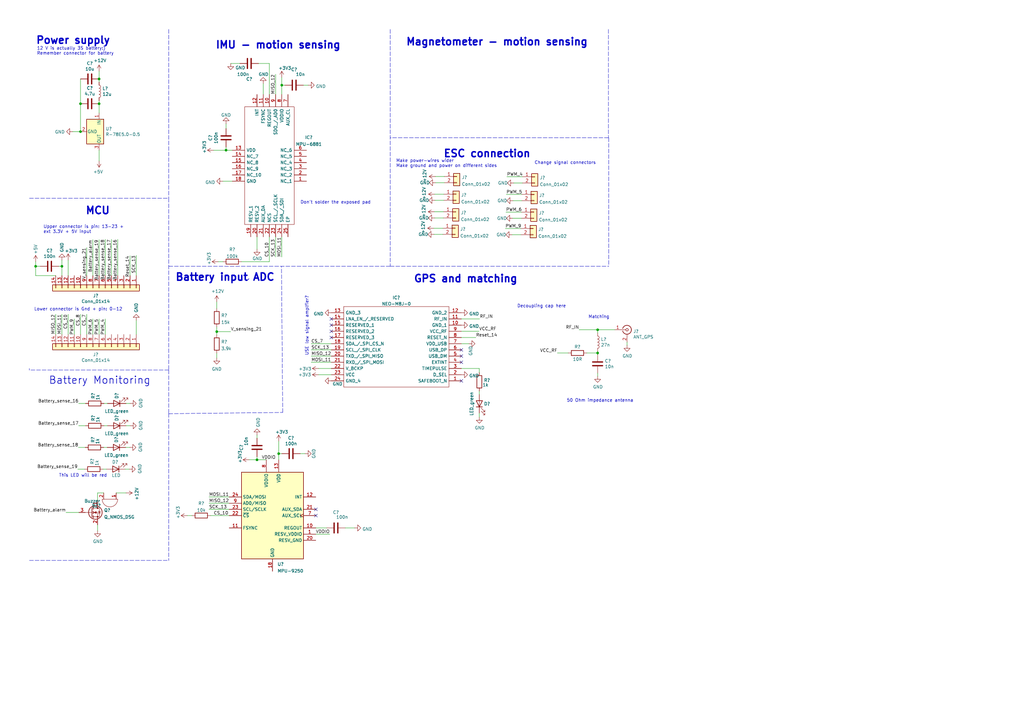
<source format=kicad_sch>
(kicad_sch (version 20211123) (generator eeschema)
  (paper "A3")
  (lib_symbols
    (symbol "Conn_01x14_1" (pin_names (offset 1.016) hide)
      (property "Reference" "J" (at 0 17.78 0))
      (property "Value" "Conn_01x14_1" (at 0 -20.32 0))
      (symbol "Conn_01x14_1_1_1"
        (rectangle (start -1.27 -17.653) (end 0 -17.907) (stroke (width 0.1524)))
        (rectangle (start -1.27 -15.113) (end 0 -15.367) (stroke (width 0.1524)))
        (rectangle (start -1.27 -12.573) (end 0 -12.827) (stroke (width 0.1524)))
        (rectangle (start -1.27 -10.033) (end 0 -10.287) (stroke (width 0.1524)))
        (rectangle (start -1.27 -7.493) (end 0 -7.747) (stroke (width 0.1524)))
        (rectangle (start -1.27 -4.953) (end 0 -5.207) (stroke (width 0.1524)))
        (rectangle (start -1.27 -2.413) (end 0 -2.667) (stroke (width 0.1524)))
        (rectangle (start -1.27 0.127) (end 0 -0.127) (stroke (width 0.1524)))
        (rectangle (start -1.27 2.667) (end 0 2.413) (stroke (width 0.1524)))
        (rectangle (start -1.27 5.207) (end 0 4.953) (stroke (width 0.1524)))
        (rectangle (start -1.27 7.747) (end 0 7.493) (stroke (width 0.1524)))
        (rectangle (start -1.27 10.287) (end 0 10.033) (stroke (width 0.1524)))
        (rectangle (start -1.27 12.827) (end 0 12.573) (stroke (width 0.1524)))
        (rectangle (start -1.27 15.367) (end 0 15.113) (stroke (width 0.1524)))
        (rectangle (start -1.27 16.51) (end 1.27 -19.05) (stroke (width 0.254)) (fill (type background)))
        (pin passive line (at -5.08 15.24 0) (length 3.81) (name "Pin_1") (number "1"))
        (pin passive line (at -5.08 -7.62 0) (length 3.81) (name "Pin_10") (number "10"))
        (pin passive line (at -5.08 -10.16 0) (length 3.81) (name "Pin_11") (number "11"))
        (pin passive line (at -5.08 -12.7 0) (length 3.81) (name "Pin_12") (number "12"))
        (pin passive line (at -5.08 -15.24 0) (length 3.81) (name "Pin_13") (number "13"))
        (pin passive line (at -5.08 -17.78 0) (length 3.81) (name "Pin_14") (number "14"))
        (pin passive line (at -5.08 12.7 0) (length 3.81) (name "Pin_2") (number "2"))
        (pin passive line (at -5.08 10.16 0) (length 3.81) (name "Pin_3") (number "3"))
        (pin passive line (at -5.08 7.62 0) (length 3.81) (name "Pin_4") (number "4"))
        (pin passive line (at -5.08 5.08 0) (length 3.81) (name "Pin_5") (number "5"))
        (pin passive line (at -5.08 2.54 0) (length 3.81) (name "Pin_6") (number "6"))
        (pin passive line (at -5.08 0 0) (length 3.81) (name "Pin_7") (number "7"))
        (pin passive line (at -5.08 -2.54 0) (length 3.81) (name "Pin_8") (number "8"))
        (pin passive line (at -5.08 -5.08 0) (length 3.81) (name "Pin_9") (number "9"))
      )
    )
    (symbol "Connector:Conn_Coaxial" (pin_names (offset 1.016) hide)
      (property "Reference" "J" (at 0.254 3.048 0))
      (property "Value" "Conn_Coaxial" (at 2.921 0 90))
      (symbol "Conn_Coaxial_0_1"
        (arc (start -1.778 -0.508) (mid 0.222 -1.808) (end 1.778 0) (stroke (width 0.254)))
        (polyline (pts (xy -2.54 0) (xy -0.508 0)))
        (polyline (pts (xy 0 -2.54) (xy 0 -1.778)))
        (circle (center 0 0) (radius 0.508) (stroke (width 0.2032)))
        (arc (start 1.778 0) (mid 0.222 1.8083) (end -1.778 0.508) (stroke (width 0.254)))
      )
      (symbol "Conn_Coaxial_1_1"
        (pin passive line (at -5.08 0 0) (length 2.54) (name "In") (number "1"))
        (pin passive line (at 0 -5.08 90) (length 2.54) (name "Ext") (number "2"))
      )
    )
    (symbol "Connector_Generic:Conn_01x02" (pin_names (offset 1.016) hide)
      (property "Reference" "J" (at 0 2.54 0))
      (property "Value" "Conn_01x02" (at 0 -5.08 0))
      (symbol "Conn_01x02_1_1"
        (rectangle (start -1.27 -2.413) (end 0 -2.667) (stroke (width 0.1524)))
        (rectangle (start -1.27 0.127) (end 0 -0.127) (stroke (width 0.1524)))
        (rectangle (start -1.27 1.27) (end 1.27 -3.81) (stroke (width 0.254)) (fill (type background)))
        (pin passive line (at -5.08 0 0) (length 3.81) (name "Pin_1") (number "1"))
        (pin passive line (at -5.08 -2.54 0) (length 3.81) (name "Pin_2") (number "2"))
      )
    )
    (symbol "Connector_Generic:Conn_01x14" (pin_names (offset 1.016) hide)
      (property "Reference" "J" (at 0 17.78 0))
      (property "Value" "Conn_01x14" (at 0 -20.32 0))
      (symbol "Conn_01x14_1_1"
        (rectangle (start -1.27 -17.653) (end 0 -17.907) (stroke (width 0.1524)))
        (rectangle (start -1.27 -15.113) (end 0 -15.367) (stroke (width 0.1524)))
        (rectangle (start -1.27 -12.573) (end 0 -12.827) (stroke (width 0.1524)))
        (rectangle (start -1.27 -10.033) (end 0 -10.287) (stroke (width 0.1524)))
        (rectangle (start -1.27 -7.493) (end 0 -7.747) (stroke (width 0.1524)))
        (rectangle (start -1.27 -4.953) (end 0 -5.207) (stroke (width 0.1524)))
        (rectangle (start -1.27 -2.413) (end 0 -2.667) (stroke (width 0.1524)))
        (rectangle (start -1.27 0.127) (end 0 -0.127) (stroke (width 0.1524)))
        (rectangle (start -1.27 2.667) (end 0 2.413) (stroke (width 0.1524)))
        (rectangle (start -1.27 5.207) (end 0 4.953) (stroke (width 0.1524)))
        (rectangle (start -1.27 7.747) (end 0 7.493) (stroke (width 0.1524)))
        (rectangle (start -1.27 10.287) (end 0 10.033) (stroke (width 0.1524)))
        (rectangle (start -1.27 12.827) (end 0 12.573) (stroke (width 0.1524)))
        (rectangle (start -1.27 15.367) (end 0 15.113) (stroke (width 0.1524)))
        (rectangle (start -1.27 16.51) (end 1.27 -19.05) (stroke (width 0.254)) (fill (type background)))
        (pin passive line (at -5.08 15.24 0) (length 3.81) (name "Pin_1") (number "1"))
        (pin passive line (at -5.08 -7.62 0) (length 3.81) (name "Pin_10") (number "10"))
        (pin passive line (at -5.08 -10.16 0) (length 3.81) (name "Pin_11") (number "11"))
        (pin passive line (at -5.08 -12.7 0) (length 3.81) (name "Pin_12") (number "12"))
        (pin passive line (at -5.08 -15.24 0) (length 3.81) (name "Pin_13") (number "13"))
        (pin passive line (at -5.08 -17.78 0) (length 3.81) (name "Pin_14") (number "14"))
        (pin passive line (at -5.08 12.7 0) (length 3.81) (name "Pin_2") (number "2"))
        (pin passive line (at -5.08 10.16 0) (length 3.81) (name "Pin_3") (number "3"))
        (pin passive line (at -5.08 7.62 0) (length 3.81) (name "Pin_4") (number "4"))
        (pin passive line (at -5.08 5.08 0) (length 3.81) (name "Pin_5") (number "5"))
        (pin passive line (at -5.08 2.54 0) (length 3.81) (name "Pin_6") (number "6"))
        (pin passive line (at -5.08 0 0) (length 3.81) (name "Pin_7") (number "7"))
        (pin passive line (at -5.08 -2.54 0) (length 3.81) (name "Pin_8") (number "8"))
        (pin passive line (at -5.08 -5.08 0) (length 3.81) (name "Pin_9") (number "9"))
      )
    )
    (symbol "Device:Buzzer" (pin_names (offset 0.0254) hide)
      (property "Reference" "BZ" (at 3.81 1.27 0))
      (property "Value" "Buzzer" (at 3.81 -1.27 0))
      (symbol "Buzzer_0_1"
        (arc (start 0 -3.175) (mid 3.175 0) (end 0 3.175))
        (polyline (pts (xy -1.651 1.905) (xy -1.143 1.905)))
        (polyline (pts (xy -1.397 2.159) (xy -1.397 1.651)))
        (polyline (pts (xy 0 3.175) (xy 0 -3.175)))
      )
      (symbol "Buzzer_1_1"
        (pin passive line (at -2.54 2.54 0) (length 2.54) (name "-") (number "1"))
        (pin passive line (at -2.54 -2.54 0) (length 2.54) (name "+") (number "2"))
      )
    )
    (symbol "Device:C" (pin_numbers hide) (pin_names (offset 0.254))
      (property "Reference" "C" (at 0.635 2.54 0))
      (property "Value" "C" (at 0.635 -2.54 0))
      (symbol "C_0_1"
        (polyline (pts (xy -2.032 -0.762) (xy 2.032 -0.762)) (stroke (width 0.508)))
        (polyline (pts (xy -2.032 0.762) (xy 2.032 0.762)) (stroke (width 0.508)))
      )
      (symbol "C_1_1"
        (pin passive line (at 0 3.81 270) (length 2.794) (name "~") (number "1"))
        (pin passive line (at 0 -3.81 90) (length 2.794) (name "~") (number "2"))
      )
    )
    (symbol "Device:L" (pin_numbers hide) (pin_names (offset 1.016) hide)
      (property "Reference" "L" (at -1.27 0 90))
      (property "Value" "L" (at 1.905 0 90))
      (symbol "L_0_1"
        (arc (start 0 -2.54) (mid 0.635 -1.905) (end 0 -1.27))
        (arc (start 0 -1.27) (mid 0.635 -0.635) (end 0 0))
        (arc (start 0 0) (mid 0.635 0.635) (end 0 1.27))
        (arc (start 0 1.27) (mid 0.635 1.905) (end 0 2.54))
      )
      (symbol "L_1_1"
        (pin passive line (at 0 3.81 270) (length 1.27) (name "1") (number "1"))
        (pin passive line (at 0 -3.81 90) (length 1.27) (name "2") (number "2"))
      )
    )
    (symbol "Device:LED" (pin_numbers hide) (pin_names (offset 1.016) hide)
      (property "Reference" "D" (at 0 2.54 0))
      (property "Value" "LED" (at 0 -2.54 0))
      (symbol "LED_0_1"
        (polyline (pts (xy -1.27 -1.27) (xy -1.27 1.27)) (stroke (width 0.254)))
        (polyline (pts (xy -1.27 0) (xy 1.27 0)))
        (polyline (pts (xy 1.27 -1.27) (xy 1.27 1.27) (xy -1.27 0) (xy 1.27 -1.27)) (stroke (width 0.254)))
        (polyline (pts (xy -3.048 -0.762) (xy -4.572 -2.286) (xy -3.81 -2.286) (xy -4.572 -2.286) (xy -4.572 -1.524)))
        (polyline (pts (xy -1.778 -0.762) (xy -3.302 -2.286) (xy -2.54 -2.286) (xy -3.302 -2.286) (xy -3.302 -1.524)))
      )
      (symbol "LED_1_1"
        (pin passive line (at -3.81 0 0) (length 2.54) (name "K") (number "1"))
        (pin passive line (at 3.81 0 180) (length 2.54) (name "A") (number "2"))
      )
    )
    (symbol "Device:Q_NMOS_DSG" (pin_names (offset 0) hide)
      (property "Reference" "Q" (at 5.08 1.27 0))
      (property "Value" "Q_NMOS_DSG" (at 5.08 -1.27 0))
      (symbol "Q_NMOS_DSG_0_1"
        (polyline (pts (xy 0.254 0) (xy -2.54 0)))
        (polyline (pts (xy 0.254 1.905) (xy 0.254 -1.905)) (stroke (width 0.254)))
        (polyline (pts (xy 0.762 -1.27) (xy 0.762 -2.286)) (stroke (width 0.254)))
        (polyline (pts (xy 0.762 0.508) (xy 0.762 -0.508)) (stroke (width 0.254)))
        (polyline (pts (xy 0.762 2.286) (xy 0.762 1.27)) (stroke (width 0.254)))
        (polyline (pts (xy 2.54 2.54) (xy 2.54 1.778)))
        (polyline (pts (xy 2.54 -2.54) (xy 2.54 0) (xy 0.762 0)))
        (polyline (pts (xy 0.762 -1.778) (xy 3.302 -1.778) (xy 3.302 1.778) (xy 0.762 1.778)))
        (polyline (pts (xy 1.016 0) (xy 2.032 0.381) (xy 2.032 -0.381) (xy 1.016 0)) (fill (type outline)))
        (polyline (pts (xy 2.794 0.508) (xy 2.921 0.381) (xy 3.683 0.381) (xy 3.81 0.254)))
        (polyline (pts (xy 3.302 0.381) (xy 2.921 -0.254) (xy 3.683 -0.254) (xy 3.302 0.381)))
        (circle (center 1.651 0) (radius 2.794) (stroke (width 0.254)))
        (circle (center 2.54 -1.778) (radius 0.254) (fill (type outline)))
        (circle (center 2.54 1.778) (radius 0.254) (fill (type outline)))
      )
      (symbol "Q_NMOS_DSG_1_1"
        (pin passive line (at 2.54 5.08 270) (length 2.54) (name "D") (number "1"))
        (pin passive line (at 2.54 -5.08 90) (length 2.54) (name "S") (number "2"))
        (pin input line (at -5.08 0 0) (length 2.54) (name "G") (number "3"))
      )
    )
    (symbol "Device:R" (pin_numbers hide) (pin_names (offset 0))
      (property "Reference" "R" (at 2.032 0 90))
      (property "Value" "R" (at 0 0 90))
      (symbol "R_0_1"
        (rectangle (start -1.016 -2.54) (end 1.016 2.54) (stroke (width 0.254)))
      )
      (symbol "R_1_1"
        (pin passive line (at 0 3.81 270) (length 1.27) (name "~") (number "1"))
        (pin passive line (at 0 -3.81 90) (length 1.27) (name "~") (number "2"))
      )
    )
    (symbol "DroneProject:MPU-6881" (pin_names (offset 0.762))
      (property "Reference" "IC" (at 26.67 22.86 0))
      (property "Value" "MPU-6881" (at 26.67 20.32 0))
      (symbol "MPU-6881_0_0"
        (pin passive line (at 0 0 0) (length 5.08) (name "NC_1") (number "1"))
        (pin passive line (at 15.24 -35.56 90) (length 5.08) (name "REGOUT") (number "10"))
        (pin passive line (at 17.78 -35.56 90) (length 5.08) (name "FSYNC") (number "11"))
        (pin passive line (at 20.32 -35.56 90) (length 5.08) (name "INT") (number "12"))
        (pin passive line (at 30.48 -12.7 180) (length 5.08) (name "VDD") (number "13"))
        (pin passive line (at 30.48 -10.16 180) (length 5.08) (name "NC_7") (number "14"))
        (pin passive line (at 30.48 -7.62 180) (length 5.08) (name "NC_8") (number "15"))
        (pin passive line (at 30.48 -5.08 180) (length 5.08) (name "NC_9") (number "16"))
        (pin passive line (at 30.48 -2.54 180) (length 5.08) (name "NC_10") (number "17"))
        (pin passive line (at 30.48 0 180) (length 5.08) (name "GND") (number "18"))
        (pin passive line (at 22.86 22.86 270) (length 5.08) (name "RESV_1") (number "19"))
        (pin passive line (at 0 -2.54 0) (length 5.08) (name "NC_2") (number "2"))
        (pin passive line (at 20.32 22.86 270) (length 5.08) (name "RESV_2") (number "20"))
        (pin passive line (at 17.78 22.86 270) (length 5.08) (name "AUX_DA") (number "21"))
        (pin passive line (at 15.24 22.86 270) (length 5.08) (name "NCS") (number "22"))
        (pin passive line (at 12.7 22.86 270) (length 5.08) (name "SCL_/_SCLK") (number "23"))
        (pin passive line (at 10.16 22.86 270) (length 5.08) (name "SDA_/_SDI") (number "24"))
        (pin passive line (at 7.62 22.86 270) (length 5.08) (name "EP") (number "25"))
        (pin passive line (at 0 -5.08 0) (length 5.08) (name "NC_3") (number "3"))
        (pin passive line (at 0 -7.62 0) (length 5.08) (name "NC_4") (number "4"))
        (pin passive line (at 0 -10.16 0) (length 5.08) (name "NC_5") (number "5"))
        (pin passive line (at 0 -12.7 0) (length 5.08) (name "NC_6") (number "6"))
        (pin passive line (at 7.62 -35.56 90) (length 5.08) (name "AUX_CL") (number "7"))
        (pin passive line (at 10.16 -35.56 90) (length 5.08) (name "VDDIO") (number "8"))
        (pin passive line (at 12.7 -35.56 90) (length 5.08) (name "SDO_/_AD0") (number "9"))
      )
      (symbol "MPU-6881_0_1"
        (polyline (pts (xy 5.08 17.78) (xy 25.4 17.78) (xy 25.4 -30.48) (xy 5.08 -30.48) (xy 5.08 17.78)) (stroke (width 0.1524)))
      )
    )
    (symbol "Regulator_Switching:R-78E5.0-0.5" (pin_names (offset 0.254))
      (property "Reference" "U" (at -3.81 3.175 0))
      (property "Value" "R-78E5.0-0.5" (at 0 3.175 0))
      (symbol "R-78E5.0-0.5_0_1"
        (rectangle (start -5.08 1.905) (end 5.08 -5.08) (stroke (width 0.254)) (fill (type background)))
      )
      (symbol "R-78E5.0-0.5_1_1"
        (pin power_in line (at -7.62 0 0) (length 2.54) (name "IN") (number "1"))
        (pin power_in line (at 0 -7.62 90) (length 2.54) (name "GND") (number "2"))
        (pin power_out line (at 7.62 0 180) (length 2.54) (name "OUT") (number "3"))
      )
    )
    (symbol "Sensor_Motion:MPU-9250"
      (property "Reference" "U" (at -11.43 19.05 0))
      (property "Value" "MPU-9250" (at 7.62 -19.05 0))
      (symbol "MPU-9250_0_1"
        (rectangle (start -12.7 17.78) (end 12.7 -17.78) (stroke (width 0.254)) (fill (type background)))
      )
      (symbol "MPU-9250_1_1"
        (pin input line (at 17.78 -7.62 180) (length 5.08) (name "RESV_VDDIO") (number "1"))
        (pin passive line (at 17.78 -5.08 180) (length 5.08) (name "REGOUT") (number "10"))
        (pin input line (at -17.78 -5.08 0) (length 5.08) (name "FSYNC") (number "11"))
        (pin output line (at 17.78 7.62 180) (length 5.08) (name "INT") (number "12"))
        (pin power_in line (at 2.54 22.86 270) (length 5.08) (name "VDD") (number "13"))
        (pin power_in line (at 0 -22.86 90) (length 5.08) (name "GND") (number "18"))
        (pin power_in line (at 17.78 -10.16 180) (length 5.08) (name "RESV_GND") (number "20"))
        (pin bidirectional line (at 17.78 2.54 180) (length 5.08) (name "AUX_SDA") (number "21"))
        (pin input line (at -17.78 0 0) (length 5.08) (name "~{CS}") (number "22"))
        (pin input line (at -17.78 2.54 0) (length 5.08) (name "SCL/SCLK") (number "23"))
        (pin bidirectional line (at -17.78 7.62 0) (length 5.08) (name "SDA/MOSI") (number "24"))
        (pin output clock (at 17.78 0 180) (length 5.08) (name "AUX_SCL") (number "7"))
        (pin power_in line (at -2.54 22.86 270) (length 5.08) (name "VDDIO") (number "8"))
        (pin bidirectional line (at -17.78 5.08 0) (length 5.08) (name "AD0/MISO") (number "9"))
      )
    )
    (symbol "gps 1:NEO-M8J-0" (pin_names (offset 0.762))
      (property "Reference" "IC" (at 49.53 7.62 0))
      (property "Value" "NEO-M8J-0" (at 49.53 5.08 0))
      (symbol "NEO-M8J-0_0_0"
        (pin passive line (at 53.34 -27.94 180) (length 5.08) (name "SAFEBOOT_N") (number "1"))
        (pin passive line (at 53.34 -5.08 180) (length 5.08) (name "GND_1") (number "10"))
        (pin passive line (at 53.34 -2.54 180) (length 5.08) (name "RF_IN") (number "11"))
        (pin passive line (at 53.34 0 180) (length 5.08) (name "GND_2") (number "12"))
        (pin passive line (at 0 0 0) (length 5.08) (name "GND_3") (number "13"))
        (pin passive line (at 0 -2.54 0) (length 5.08) (name "LNA_EN_/_RESERVED") (number "14"))
        (pin passive line (at 0 -5.08 0) (length 5.08) (name "RESERVED_1") (number "15"))
        (pin passive line (at 0 -7.62 0) (length 5.08) (name "RESERVED_2") (number "16"))
        (pin passive line (at 0 -10.16 0) (length 5.08) (name "RESERVED_3") (number "17"))
        (pin passive line (at 0 -12.7 0) (length 5.08) (name "SDA_/_SPI_CS_N") (number "18"))
        (pin passive line (at 0 -15.24 0) (length 5.08) (name "SCL_/_SPI_CLK") (number "19"))
        (pin passive line (at 53.34 -25.4 180) (length 5.08) (name "D_SEL") (number "2"))
        (pin passive line (at 0 -17.78 0) (length 5.08) (name "TXD_/_SPI_MISO") (number "20"))
        (pin passive line (at 0 -20.32 0) (length 5.08) (name "RXD_/_SPI_MOSI") (number "21"))
        (pin passive line (at 0 -22.86 0) (length 5.08) (name "V_BCKP") (number "22"))
        (pin passive line (at 0 -25.4 0) (length 5.08) (name "VCC") (number "23"))
        (pin passive line (at 0 -27.94 0) (length 5.08) (name "GND_4") (number "24"))
        (pin passive line (at 53.34 -22.86 180) (length 5.08) (name "TIMEPULSE") (number "3"))
        (pin passive line (at 53.34 -20.32 180) (length 5.08) (name "EXTINT") (number "4"))
        (pin passive line (at 53.34 -17.78 180) (length 5.08) (name "USB_DM") (number "5"))
        (pin passive line (at 53.34 -15.24 180) (length 5.08) (name "USB_DP") (number "6"))
        (pin passive line (at 53.34 -12.7 180) (length 5.08) (name "VDD_USB") (number "7"))
        (pin passive line (at 53.34 -10.16 180) (length 5.08) (name "RESET_N") (number "8"))
        (pin passive line (at 53.34 -7.62 180) (length 5.08) (name "VCC_RF") (number "9"))
      )
      (symbol "NEO-M8J-0_0_1"
        (polyline (pts (xy 5.08 2.54) (xy 48.26 2.54) (xy 48.26 -30.48) (xy 5.08 -30.48) (xy 5.08 2.54)) (stroke (width 0.1524)))
      )
    )
    (symbol "power:+12V" (power) (pin_names (offset 0))
      (property "Value" "+12V" (at 0 3.556 0))
      (symbol "+12V_0_1"
        (polyline (pts (xy -0.762 1.27) (xy 0 2.54)))
        (polyline (pts (xy 0 0) (xy 0 2.54)))
        (polyline (pts (xy 0 2.54) (xy 0.762 1.27)))
      )
      (symbol "+12V_1_1"
        (pin power_in line (at 0 0 90) (length 0) hide (name "+12V") (number "1"))
      )
    )
    (symbol "power:+3.3V" (power) (pin_names (offset 0))
      (property "Value" "+3.3V" (at 0 3.556 0))
      (symbol "+3.3V_0_1"
        (polyline (pts (xy -0.762 1.27) (xy 0 2.54)))
        (polyline (pts (xy 0 0) (xy 0 2.54)))
        (polyline (pts (xy 0 2.54) (xy 0.762 1.27)))
      )
      (symbol "+3.3V_1_1"
        (pin power_in line (at 0 0 90) (length 0) hide (name "+3V3") (number "1"))
      )
    )
    (symbol "power:+5V" (power) (pin_names (offset 0))
      (property "Value" "+5V" (at 0 3.556 0))
      (symbol "+5V_0_1"
        (polyline (pts (xy -0.762 1.27) (xy 0 2.54)))
        (polyline (pts (xy 0 0) (xy 0 2.54)))
        (polyline (pts (xy 0 2.54) (xy 0.762 1.27)))
      )
      (symbol "+5V_1_1"
        (pin power_in line (at 0 0 90) (length 0) hide (name "+5V") (number "1"))
      )
    )
    (symbol "power:GND" (power) (pin_names (offset 0))
      (property "Value" "GND" (at 0 -3.81 0))
      (symbol "GND_0_1"
        (polyline (pts (xy 0 0) (xy 0 -1.27) (xy 1.27 -1.27) (xy 0 -2.54) (xy -1.27 -1.27) (xy 0 -1.27)))
      )
      (symbol "GND_1_1"
        (pin power_in line (at 0 0 270) (length 0) hide (name "GND") (number "1"))
      )
    )
  )
  (junction (at 14.605 109.22))
  (junction (at 33.02 53.975))
  (junction (at 25.4 109.22))
  (junction (at 245.11 135.255))
  (junction (at 40.64 42.545))
  (junction (at 245.11 144.78))
  (junction (at 40.64 32.385))
  (junction (at 115.57 34.925))
  (junction (at 92.71 61.595))
  (junction (at 33.02 42.545))
  (junction (at 105.41 188.595))
  (junction (at 114.3 186.055))
  (junction (at 88.9 136.017))
  (no_connect (at 135.89 133.35))
  (no_connect (at 189.23 148.59))
  (no_connect (at 189.23 146.05))
  (no_connect (at 135.89 135.89))
  (no_connect (at 189.23 156.21))
  (no_connect (at 129.54 208.915))
  (no_connect (at 129.54 211.455))
  (no_connect (at 189.23 143.51))
  (no_connect (at 135.89 138.43))
  (no_connect (at 135.89 130.81))
  (wire (pts (xy 52.959 192.405) (xy 51.308 192.405)))
  (wire (pts (xy 177.927 93.599) (xy 181.61 93.599)))
  (wire (pts (xy 55.88 104.775) (xy 55.88 113.03)))
  (polyline (pts (xy 69.215 151.765) (xy 12.065 151.765)))
  (wire (pts (xy 210.058 96.266) (xy 213.614 96.266)))
  (wire (pts (xy 40.64 32.385) (xy 40.64 33.655)))
  (wire (pts (xy 85.725 206.375) (xy 93.98 206.375)))
  (wire (pts (xy 40.005 202.184) (xy 42.545 202.184)))
  (wire (pts (xy 88.9 144.907) (xy 88.9 146.812)))
  (wire (pts (xy 178.308 79.629) (xy 181.991 79.629)))
  (wire (pts (xy 27.051 210.185) (xy 32.385 210.185)))
  (wire (pts (xy 189.23 140.97) (xy 192.278 140.97)))
  (wire (pts (xy 87.63 61.595) (xy 92.71 61.595)))
  (polyline (pts (xy 101.6 114.681) (xy 102.108 114.3)))
  (wire (pts (xy 114.3 186.055) (xy 114.3 188.595)))
  (wire (pts (xy 88.9 134.112) (xy 88.9 136.017)))
  (wire (pts (xy 228.6 144.78) (xy 233.045 144.78)))
  (wire (pts (xy 91.44 74.295) (xy 95.25 74.295)))
  (wire (pts (xy 32.258 165.481) (xy 35.052 165.481)))
  (wire (pts (xy 196.596 151.13) (xy 196.596 152.781)))
  (wire (pts (xy 127.635 148.59) (xy 135.89 148.59)))
  (wire (pts (xy 115.57 31.75) (xy 115.57 34.925)))
  (wire (pts (xy 207.645 79.756) (xy 213.995 79.756)))
  (wire (pts (xy 115.57 34.925) (xy 116.84 34.925)))
  (wire (pts (xy 210.312 89.535) (xy 213.868 89.535)))
  (wire (pts (xy 88.9 123.825) (xy 88.9 126.492)))
  (wire (pts (xy 107.95 34.29) (xy 107.95 38.735)))
  (polyline (pts (xy 12.065 229.87) (xy 69.215 229.87)))
  (wire (pts (xy 110.49 38.735) (xy 110.49 26.035)))
  (wire (pts (xy 40.64 130.81) (xy 40.64 137.16)))
  (wire (pts (xy 30.48 130.81) (xy 30.48 137.16)))
  (wire (pts (xy 127.635 140.97) (xy 135.89 140.97)))
  (polyline (pts (xy 69.215 169.545) (xy 69.215 229.87)))
  (wire (pts (xy 53.34 104.902) (xy 53.34 113.03)))
  (wire (pts (xy 189.23 135.89) (xy 196.469 135.89)))
  (wire (pts (xy 76.835 211.455) (xy 78.74 211.455)))
  (polyline (pts (xy 249.555 56.515) (xy 160.02 56.515)))
  (wire (pts (xy 115.57 105.41) (xy 115.57 97.155)))
  (wire (pts (xy 129.54 219.075) (xy 135.255 219.075)))
  (wire (pts (xy 25.4 109.22) (xy 25.4 113.03)))
  (wire (pts (xy 178.562 72.39) (xy 182.245 72.39)))
  (wire (pts (xy 43.942 183.515) (xy 42.545 183.515)))
  (wire (pts (xy 210.693 75.057) (xy 214.249 75.057)))
  (wire (pts (xy 88.9 136.017) (xy 88.9 137.287)))
  (wire (pts (xy 115.57 186.055) (xy 114.3 186.055)))
  (wire (pts (xy 29.845 53.975) (xy 33.02 53.975)))
  (wire (pts (xy 127.635 143.51) (xy 135.89 143.51)))
  (wire (pts (xy 14.605 113.03) (xy 22.86 113.03)))
  (polyline (pts (xy 160.02 109.22) (xy 249.555 109.22)))
  (wire (pts (xy 245.11 136.525) (xy 245.11 135.255)))
  (wire (pts (xy 32.131 183.515) (xy 34.925 183.515)))
  (wire (pts (xy 178.054 96.139) (xy 181.61 96.139)))
  (wire (pts (xy 245.11 144.78) (xy 245.11 144.145)))
  (wire (pts (xy 31.877 192.405) (xy 34.671 192.405)))
  (wire (pts (xy 53.34 174.625) (xy 51.689 174.625)))
  (wire (pts (xy 178.181 86.868) (xy 181.864 86.868)))
  (wire (pts (xy 33.02 32.385) (xy 33.02 42.545)))
  (wire (pts (xy 48.26 98.171) (xy 48.26 113.03)))
  (wire (pts (xy 14.605 109.22) (xy 14.605 113.03)))
  (wire (pts (xy 92.71 60.325) (xy 92.71 61.595)))
  (wire (pts (xy 145.415 216.535) (xy 141.605 216.535)))
  (wire (pts (xy 129.54 216.535) (xy 133.985 216.535)))
  (wire (pts (xy 92.71 50.8) (xy 92.71 52.705)))
  (wire (pts (xy 130.683 153.67) (xy 135.89 153.67)))
  (wire (pts (xy 40.64 41.275) (xy 40.64 42.545)))
  (wire (pts (xy 110.49 107.315) (xy 99.06 107.315)))
  (polyline (pts (xy 102.108 114.3) (xy 101.727 114.808)))
  (polyline (pts (xy 115.951 169.164) (xy 115.443 109.22)))
  (wire (pts (xy 196.596 161.798) (xy 196.596 160.401)))
  (wire (pts (xy 207.264 93.726) (xy 213.614 93.726)))
  (wire (pts (xy 178.435 82.169) (xy 181.991 82.169)))
  (wire (pts (xy 252.095 135.255) (xy 245.11 135.255)))
  (polyline (pts (xy 249.555 12.065) (xy 249.555 56.515)))
  (wire (pts (xy 38.1 130.81) (xy 38.1 137.16)))
  (wire (pts (xy 189.23 138.43) (xy 195.199 138.43)))
  (wire (pts (xy 207.899 72.517) (xy 214.249 72.517)))
  (wire (pts (xy 245.11 154.305) (xy 245.11 153.035)))
  (wire (pts (xy 113.03 105.41) (xy 113.03 97.155)))
  (wire (pts (xy 14.605 107.315) (xy 14.605 109.22)))
  (wire (pts (xy 127.635 146.05) (xy 135.89 146.05)))
  (wire (pts (xy 196.596 171.069) (xy 196.596 169.418)))
  (wire (pts (xy 115.57 34.925) (xy 115.57 38.735)))
  (wire (pts (xy 89.535 107.315) (xy 91.44 107.315)))
  (wire (pts (xy 86.36 211.455) (xy 93.98 211.455)))
  (wire (pts (xy 102.235 188.595) (xy 105.41 188.595)))
  (wire (pts (xy 47.625 202.184) (xy 51.689 202.184)))
  (wire (pts (xy 27.94 106.68) (xy 27.94 113.03)))
  (polyline (pts (xy 69.215 12.065) (xy 69.215 81.28)))
  (wire (pts (xy 43.688 192.405) (xy 42.291 192.405)))
  (wire (pts (xy 25.4 128.905) (xy 25.4 137.16)))
  (wire (pts (xy 40.64 61.595) (xy 40.64 66.04)))
  (wire (pts (xy 40.005 215.265) (xy 40.005 217.678)))
  (wire (pts (xy 43.18 98.171) (xy 43.18 113.03)))
  (polyline (pts (xy 12.065 151.13) (xy 12.065 151.765)))
  (wire (pts (xy 189.23 151.13) (xy 196.596 151.13)))
  (wire (pts (xy 14.605 109.22) (xy 16.51 109.22)))
  (polyline (pts (xy 69.215 109.22) (xy 160.02 109.22)))
  (wire (pts (xy 32.258 174.625) (xy 35.052 174.625)))
  (polyline (pts (xy 69.215 81.28) (xy 69.215 151.765)))
  (wire (pts (xy 22.86 128.905) (xy 22.86 137.16)))
  (wire (pts (xy 38.1 98.298) (xy 38.1 113.03)))
  (wire (pts (xy 25.4 106.68) (xy 25.4 109.22)))
  (wire (pts (xy 245.11 144.78) (xy 245.11 145.415)))
  (wire (pts (xy 113.03 30.48) (xy 113.03 38.735)))
  (wire (pts (xy 40.005 202.184) (xy 40.005 205.105)))
  (polyline (pts (xy 69.215 151.765) (xy 69.215 169.672)))
  (wire (pts (xy 33.02 42.545) (xy 33.02 53.975)))
  (wire (pts (xy 88.9 136.017) (xy 94.615 136.017)))
  (wire (pts (xy 105.41 188.595) (xy 109.22 188.595)))
  (wire (pts (xy 43.18 130.81) (xy 43.18 137.16)))
  (wire (pts (xy 85.725 208.915) (xy 93.98 208.915)))
  (wire (pts (xy 110.49 97.155) (xy 110.49 107.315)))
  (wire (pts (xy 44.069 174.625) (xy 42.672 174.625)))
  (wire (pts (xy 45.72 98.171) (xy 45.72 113.03)))
  (wire (pts (xy 40.64 98.298) (xy 40.64 113.03)))
  (wire (pts (xy 53.213 183.515) (xy 51.562 183.515)))
  (wire (pts (xy 40.64 29.21) (xy 40.64 32.385)))
  (wire (pts (xy 114.3 180.975) (xy 114.3 186.055)))
  (wire (pts (xy 124.46 34.925) (xy 126.365 34.925)))
  (polyline (pts (xy 160.02 12.065) (xy 160.02 109.22)))
  (wire (pts (xy 24.13 109.22) (xy 25.4 109.22)))
  (polyline (pts (xy 69.215 169.672) (xy 115.951 169.164)))
  (wire (pts (xy 27.94 128.905) (xy 27.94 137.16)))
  (wire (pts (xy 53.34 165.481) (xy 51.689 165.481)))
  (wire (pts (xy 257.175 141.605) (xy 257.175 140.335)))
  (wire (pts (xy 35.56 101.6) (xy 35.56 113.03)))
  (wire (pts (xy 105.41 188.595) (xy 105.41 187.325)))
  (wire (pts (xy 92.71 61.595) (xy 95.25 61.595)))
  (wire (pts (xy 40.64 42.545) (xy 40.64 46.355)))
  (wire (pts (xy 35.56 128.905) (xy 35.56 137.16)))
  (wire (pts (xy 125.095 186.055) (xy 123.19 186.055)))
  (wire (pts (xy 189.23 130.81) (xy 196.723 130.81)))
  (wire (pts (xy 110.49 26.035) (xy 106.045 26.035)))
  (wire (pts (xy 178.308 89.408) (xy 181.864 89.408)))
  (polyline (pts (xy 12.065 81.28) (xy 69.215 81.28)))
  (polyline (pts (xy 249.682 56.515) (xy 249.682 109.22)))
  (wire (pts (xy 210.439 82.296) (xy 213.995 82.296)))
  (wire (pts (xy 85.725 203.835) (xy 93.98 203.835)))
  (wire (pts (xy 240.665 144.78) (xy 245.11 144.78)))
  (wire (pts (xy 105.41 97.155) (xy 105.41 102.235)))
  (wire (pts (xy 207.518 86.995) (xy 213.868 86.995)))
  (wire (pts (xy 44.069 165.481) (xy 42.672 165.481)))
  (wire (pts (xy 105.41 179.705) (xy 105.41 178.435)))
  (wire (pts (xy 94.615 26.035) (xy 98.425 26.035)))
  (wire (pts (xy 55.88 131.445) (xy 55.88 137.16)))
  (wire (pts (xy 130.683 151.13) (xy 135.89 151.13)))
  (wire (pts (xy 178.689 74.93) (xy 182.245 74.93)))
  (wire (pts (xy 33.02 128.905) (xy 33.02 137.16)))
  (wire (pts (xy 245.11 135.255) (xy 237.49 135.255)))
  (text "12 V is actually 3S battery:)\nRemember connector for battery" (at 15.113 22.733 0) (effects (font (size 1.27 1.27)) (justify left bottom)))
  (text "Lower connector is Gnd + pin: 0-12" (at 13.97 127.635 0) (effects (font (size 1.27 1.27)) (justify left bottom)))
  (text "Make power-wires wider\nMake ground and power on different sides" (at 162.433 68.834 0) (effects (font (size 1.27 1.27)) (justify left bottom)))
  (text "Don't solder the exposed pad" (at 123.19 83.82 0) (effects (font (size 1.27 1.27)) (justify left bottom)))
  (text "50 Ohm impedance antenna\n" (at 232.41 165.1 0) (effects (font (size 1.27 1.27)) (justify left bottom)))
  (text "ESC connection" (at 181.737 64.897 0) (effects (font (size 3 3) bold) (justify left bottom)))
  (text "Upper connector is pin: 13-23 + \next 3.3V + 5V input" (at 17.78 95.885 0) (effects (font (size 1.27 1.27)) (justify left bottom)))
  (text "Battery Monitoring" (at 19.939 157.861 0) (effects (font (size 3 3) (thickness 0.254) bold) (justify left bottom)))
  (text "Magnetometer - motion sensing\n" (at 166.37 19.05 0) (effects (font (size 3 3) bold) (justify left bottom)))
  (text "MCU\n" (at 34.925 88.265 0) (effects (font (size 3 3) (thickness 0.6) bold) (justify left bottom)))
  (text "Change signal connectors" (at 219.202 67.564 0) (effects (font (size 1.27 1.27)) (justify left bottom)))
  (text "Matching\n" (at 241.3 130.81 0) (effects (font (size 1.27 1.27)) (justify left bottom)))
  (text "GPS and matching" (at 169.545 116.205 0) (effects (font (size 3 3) bold) (justify left bottom)))
  (text "Battery input ADC\n" (at 71.755 115.57 0) (effects (font (size 3 3) (thickness 0.6) bold) (justify left bottom)))
  (text "IMU - motion sensing" (at 88.265 20.32 0) (effects (font (size 3 3) (thickness 0.6) bold) (justify left bottom)))
  (text "Power supply" (at 14.605 18.415 0) (effects (font (size 2.9972 2.9972) (thickness 0.5994) bold) (justify left bottom)))
  (text "This LED will be red\n" (at 24.13 195.834 0) (effects (font (size 1.27 1.27)) (justify left bottom)))
  (text "Decoupling cap here" (at 212.09 126.365 0) (effects (font (size 1.27 1.27)) (justify left bottom)))
  (text "USE low signal amplfier?" (at 126.619 145.923 90) (effects (font (size 1.27 1.27)) (justify left bottom)))
  (label "MOSI_11" (at 85.725 203.835 0))
  (label "SCK_13" (at 55.88 104.775 270))
  (label "PWM_6" (at 207.518 86.995 0))
  (label "Battery_sense_17" (at 45.72 98.171 270))
  (label "Reset_14" (at 195.199 138.43 0))
  (label "PWM_4" (at 43.18 130.81 270))
  (label "Reset_14" (at 53.34 104.902 270))
  (label "PWM_9" (at 30.48 130.81 270))
  (label "Battery_alarm" (at 27.051 210.185 180))
  (label "VCC_RF" (at 228.6 144.78 180))
  (label "PWM_5" (at 207.645 79.756 0))
  (label "MISO_12" (at 113.03 30.48 270))
  (label "VDDIO" (at 135.255 219.075 180))
  (label "CS_10" (at 87.63 211.455 0))
  (label "MOSI_11" (at 25.4 128.905 270))
  (label "Battery_sense_16" (at 32.258 165.481 180))
  (label "Battery_sense_19" (at 31.877 192.405 180))
  (label "PWM_9" (at 207.264 93.726 0))
  (label "SCK_13" (at 113.03 105.41 90))
  (label "SCK_13" (at 85.725 208.915 0))
  (label "Battery_alarm" (at 38.1 98.298 270))
  (label "VDDIO" (at 107.315 188.595 0))
  (label "MISO_12" (at 127.635 146.05 0))
  (label "MISO_12" (at 22.86 128.905 270))
  (label "Battery_sense_19" (at 40.64 98.298 270))
  (label "PWM_5" (at 40.64 130.81 270))
  (label "CS_7" (at 127.635 140.97 0))
  (label "CS_8" (at 33.02 128.905 270))
  (label "Battery_sense_18" (at 32.131 183.515 180))
  (label "RF_IN" (at 196.723 130.81 0))
  (label "PWM_6" (at 38.1 130.81 270))
  (label "MOSI_11" (at 115.57 105.41 90))
  (label "CS_10" (at 27.94 128.905 270))
  (label "Battery_sense_16" (at 48.26 98.171 270))
  (label "Battery_sense_18" (at 43.18 98.171 270))
  (label "MISO_12" (at 85.725 206.375 0))
  (label "SCK_13" (at 127.635 143.51 0))
  (label "VCC_RF" (at 196.469 135.89 0))
  (label "Battery_sense_17" (at 32.258 174.625 180))
  (label "RF_IN" (at 237.49 135.255 180))
  (label "V_sensing_21" (at 35.56 101.6 270))
  (label "PWM_4" (at 207.899 72.517 0))
  (label "MOSI_11" (at 127.635 148.59 0))
  (label "CS_7" (at 35.56 128.905 270))
  (label "V_sensing_21" (at 94.615 136.017 0))
  (label "CS_10" (at 110.49 105.41 90))
  (symbol (lib_id "power:+12V") (at 40.64 29.21 0) (unit 1)
    (property "Reference" "#PWR?" (effects hide))
    (property "Value" "+12V" (at 41.021 24.8158 0))
  )
  (symbol (lib_id "power:GND") (at 29.845 53.975 270) (unit 1)
    (property "Reference" "#PWR?" (effects hide))
    (property "Value" "GND" (at 26.5938 54.102 90) (effects (justify right)))
  )
  (symbol (lib_id "Connector_Generic:Conn_01x14") (at 40.64 118.11 270) (unit 1)
    (property "Reference" "J?" (at 39.2684 121.285 90))
    (property "Value" "Conn_01x14" (at 39.2684 123.5964 90))
  )
  (symbol (lib_id "power:+5V") (at 40.64 66.04 180) (unit 1)
    (property "Reference" "#PWR?" (effects hide))
    (property "Value" "+5V" (at 40.259 70.4342 0))
  )
  (symbol (lib_id "Regulator_Switching:R-78E5.0-0.5") (at 40.64 53.975 270) (unit 1)
    (property "Reference" "U?" (at 43.2816 52.8066 90) (effects (justify left)))
    (property "Value" "R-78E5.0-0.5" (at 43.2816 55.118 90) (effects (justify left)))
    (property "Footprint" "Converter_DCDC:Converter_DCDC_RECOM_R-78E-0.5_THT" (effects hide))
    (property "Datasheet" "https://www.recom-power.com/pdf/Innoline/R-78Exx-0.5.pdf" (effects hide))
  )
  (symbol (lib_id "Device:C") (at 36.83 42.545 270) (unit 1)
    (property "Reference" "C?" (at 36.83 36.1442 90))
    (property "Value" "4.7u" (at 36.83 38.4556 90))
  )
  (symbol (lib_id "Device:C") (at 36.83 32.385 270) (unit 1)
    (property "Reference" "C?" (at 36.83 25.9842 90))
    (property "Value" "10u" (at 36.83 28.2956 90))
  )
  (symbol (lib_id "Device:L") (at 40.64 37.465 0) (unit 1)
    (property "Reference" "L?" (at 41.9862 36.2966 0) (effects (justify left)))
    (property "Value" "12u" (at 41.9862 38.608 0) (effects (justify left)))
  )
  (symbol (lib_id "power:GND") (at 210.312 89.535 270) (unit 1)
    (property "Reference" "#PWR?" (effects hide))
    (property "Value" "GND" (at 203.835 89.535 90) (effects (justify left)))
  )
  (symbol (lib_id "power:GND") (at 55.88 131.445 180) (unit 1)
    (property "Reference" "#PWR?" (effects hide))
    (property "Value" "GND" (at 55.88 128.27 90) (effects (justify right)))
  )
  (symbol (lib_id "power:GND") (at 135.89 156.21 270) (unit 1)
    (property "Reference" "#PWR?" (effects hide))
    (property "Value" "GND" (at 136.398 157.48 90) (effects (justify left)))
  )
  (symbol (lib_id "power:+3.3V") (at 102.235 188.595 90) (unit 1)
    (property "Reference" "#PWR?" (effects hide))
    (property "Value" "+3.3V" (at 98.425 187.325 0))
  )
  (symbol (lib_id "power:GND") (at 189.23 128.27 90) (unit 1)
    (property "Reference" "#PWR?" (effects hide))
    (property "Value" "GND" (at 192.405 128.7038 90) (effects (justify right)))
  )
  (symbol (lib_id "power:GND") (at 178.308 89.408 270) (unit 1)
    (property "Reference" "#PWR?" (effects hide))
    (property "Value" "GND" (at 171.831 89.408 90) (effects (justify left)))
  )
  (symbol (lib_id "power:GND") (at 178.054 96.139 270) (unit 1)
    (property "Reference" "#PWR?" (effects hide))
    (property "Value" "GND" (at 171.577 96.139 90) (effects (justify left)))
  )
  (symbol (lib_id "gps 1:NEO-M8J-0") (at 135.89 128.27 0) (unit 1)
    (property "Reference" "IC?" (at 162.56 122.081 0))
    (property "Value" "NEO-M8J-0" (at 162.56 124.6179 0))
    (property "Footprint" "NEOM8J0" (effects hide))
    (property "Datasheet" "https://www.mouser.in/datasheet/2/1025/NEO_M8_FW3_DataSheet_UBX_15031086-2064257.pdf" (effects hide))
    (property "Description" "GPS Modules u-blox M8 concurrent GNSS LCC module, crystal, flash, SAW, LNA" (effects hide))
    (property "Height" "2.6" (effects hide))
    (property "Manufacturer_Name" "U-Blox" (effects hide))
    (property "Manufacturer_Part_Number" "NEO-M8J-0" (effects hide))
    (property "Mouser Part Number" "377-NEO-M8J-0" (effects hide))
    (property "Mouser Price/Stock" "https://www.mouser.co.uk/ProductDetail/u-blox/NEO-M8J-0?qs=CiayqK2gdcItdKk0jgOvqw%3D%3D" (effects hide))
  )
  (symbol (lib_id "power:GND") (at 52.959 192.405 90) (unit 1)
    (property "Reference" "#PWR?" (effects hide))
    (property "Value" "GND" (at 57.3532 192.278 0))
  )
  (symbol (lib_id "Device:LED") (at 47.752 183.515 180) (unit 1)
    (property "Reference" "D?" (at 47.752 180.34 90))
    (property "Value" "LED_green" (at 47.752 186.69 0))
    (property "Footprint" "LED_SMD:LED_0603_1608Metric_Pad1.05x0.95mm_HandSolder" (effects hide))
  )
  (symbol (lib_id "power:+3.3V") (at 87.63 61.595 90) (unit 1)
    (property "Reference" "#PWR?" (effects hide))
    (property "Value" "+3.3V" (at 83.82 60.325 0))
  )
  (symbol (lib_id "Device:C") (at 137.795 216.535 270) (unit 1)
    (property "Reference" "C?" (at 137.795 210.1342 90))
    (property "Value" "100n" (at 140.335 212.09 90))
  )
  (symbol (lib_id "power:+3.3V") (at 114.3 180.975 0) (unit 1)
    (property "Reference" "#PWR?" (effects hide))
    (property "Value" "+3.3V" (at 115.57 177.165 0))
  )
  (symbol (lib_id "Device:C") (at 245.11 149.225 0) (unit 1)
    (property "Reference" "C?" (at 248.031 148.0566 0) (effects (justify left)))
    (property "Value" "10n" (at 248.031 150.368 0) (effects (justify left)))
    (property "Footprint" "Capacitor_SMD:C_0603_1608Metric_Pad1.08x0.95mm_HandSolder" (effects hide))
  )
  (symbol (lib_id "power:+12V") (at 51.689 202.184 270) (unit 1)
    (property "Reference" "#PWR?" (effects hide))
    (property "Value" "+12V" (at 56.0832 202.565 0))
  )
  (symbol (lib_name "Conn_01x14_1") (lib_id "Connector_Generic:Conn_01x14") (at 40.64 142.24 270) (unit 1)
    (property "Reference" "J?" (at 39.2684 145.415 90))
    (property "Value" "Conn_01x14" (at 39.2684 147.7264 90))
  )
  (symbol (lib_id "power:GND") (at 178.435 82.169 270) (unit 1)
    (property "Reference" "#PWR?" (effects hide))
    (property "Value" "GND" (at 171.958 82.169 90) (effects (justify left)))
  )
  (symbol (lib_id "power:GND") (at 91.44 74.295 270) (unit 1)
    (property "Reference" "#PWR?" (effects hide))
    (property "Value" "GND" (at 88.2651 74.774 90) (effects (justify right)))
  )
  (symbol (lib_id "power:GND") (at 105.41 178.435 180) (unit 1)
    (property "Reference" "#PWR?" (effects hide))
    (property "Value" "GND" (at 105.889 175.26 90) (effects (justify right)))
  )
  (symbol (lib_id "DroneProject:MPU-6881") (at 125.73 74.295 180) (unit 1)
    (property "Reference" "IC?" (at 126.6718 56.371 0))
    (property "Value" "MPU-6881" (at 126.6718 59.1461 0))
    (property "Footprint" "QFN40P300X300X95-25N-D" (effects hide))
    (property "Datasheet" "https://www.mouser.com/catalog/specsheets/TDK_12172021_MPU6881.pdf" (effects hide))
    (property "Description" "IMUs - Inertial Measurement Units 6-Axis MEMS MotionTracking Device with DMP" (effects hide))
    (property "Height" "0.95" (effects hide))
    (property "Manufacturer_Name" "TDK" (effects hide))
    (property "Manufacturer_Part_Number" "MPU-6881" (effects hide))
    (property "Mouser Part Number" "410-MPU-6881" (effects hide))
    (property "Mouser Price/Stock" "https://www.mouser.co.uk/ProductDetail/TDK-InvenSense/MPU-6881?qs=u4fy%2FsgLU9MthFpyRcZ0%252Bg%3D%3D" (effects hide))
    (property "Arrow Part Number" "MPU-6881" (effects hide))
    (property "Arrow Price/Stock" "https://www.arrow.com/en/products/mpu-6881/invensense?region=nac" (effects hide))
  )
  (symbol (lib_id "power:+12V") (at 178.562 72.39 90) (unit 1)
    (property "Reference" "#PWR?" (effects hide))
    (property "Value" "+12V" (at 174.1678 72.009 0))
  )
  (symbol (lib_id "Device:R") (at 196.596 156.591 180) (unit 1)
    (property "Reference" "R?" (at 199.771 155.956 0))
    (property "Value" "1k" (at 199.136 157.861 0))
    (property "Footprint" "Resistor_SMD:R_0603_1608Metric_Pad0.98x0.95mm_HandSolder" (effects hide))
  )
  (symbol (lib_id "Connector_Generic:Conn_01x02") (at 218.948 86.995 0) (unit 1)
    (property "Reference" "J?" (at 220.98 87.3565 0) (effects (justify left)))
    (property "Value" "Conn_01x02" (at 220.98 90.1316 0) (effects (justify left)))
  )
  (symbol (lib_id "Connector_Generic:Conn_01x02") (at 186.69 93.599 0) (unit 1)
    (property "Reference" "J?" (at 188.722 93.9605 0) (effects (justify left)))
    (property "Value" "Conn_01x02" (at 188.722 96.7356 0) (effects (justify left)))
  )
  (symbol (lib_id "Device:R") (at 236.855 144.78 270) (unit 1)
    (property "Reference" "R?" (at 236.855 142.24 90))
    (property "Value" "10R" (at 236.855 147.32 90))
    (property "Footprint" "Resistor_SMD:R_0603_1608Metric_Pad0.98x0.95mm_HandSolder" (effects hide))
  )
  (symbol (lib_id "Device:R") (at 38.735 183.515 270) (unit 1)
    (property "Reference" "R?" (at 38.1 180.34 0))
    (property "Value" "1k" (at 40.005 180.975 0))
    (property "Footprint" "Resistor_SMD:R_0603_1608Metric_Pad0.98x0.95mm_HandSolder" (effects hide))
  )
  (symbol (lib_id "Device:R") (at 38.862 165.481 270) (unit 1)
    (property "Reference" "R?" (at 38.227 162.306 0))
    (property "Value" "1k" (at 40.132 162.941 0))
    (property "Footprint" "Resistor_SMD:R_0603_1608Metric_Pad0.98x0.95mm_HandSolder" (effects hide))
  )
  (symbol (lib_id "power:GND") (at 210.058 96.266 270) (unit 1)
    (property "Reference" "#PWR?" (effects hide))
    (property "Value" "GND" (at 203.581 96.266 90) (effects (justify left)))
  )
  (symbol (lib_id "power:+3.3V") (at 27.94 106.68 0) (unit 1)
    (property "Reference" "#PWR?" (effects hide))
    (property "Value" "+3.3V" (at 29.21 102.87 0))
  )
  (symbol (lib_id "Device:LED") (at 47.879 165.481 180) (unit 1)
    (property "Reference" "D?" (at 47.879 162.306 90))
    (property "Value" "LED_green" (at 47.879 168.656 0))
    (property "Footprint" "LED_SMD:LED_0603_1608Metric_Pad1.05x0.95mm_HandSolder" (effects hide))
  )
  (symbol (lib_id "Device:C") (at 119.38 186.055 270) (unit 1)
    (property "Reference" "C?" (at 119.38 179.6542 90))
    (property "Value" "100n" (at 119.38 181.9656 90))
  )
  (symbol (lib_id "power:GND") (at 125.095 186.055 90) (unit 1)
    (property "Reference" "#PWR?" (effects hide))
    (property "Value" "GND" (at 128.6995 186.055 0))
  )
  (symbol (lib_id "power:GND") (at 245.11 154.305 0) (unit 1)
    (property "Reference" "#PWR?" (effects hide))
    (property "Value" "GND" (at 245.237 158.6992 0))
  )
  (symbol (lib_id "power:GND") (at 107.95 34.29 180) (unit 1)
    (property "Reference" "#PWR?" (effects hide))
    (property "Value" "GND" (at 106.045 30.48 0) (effects (justify right)))
  )
  (symbol (lib_id "Device:C") (at 120.65 34.925 270) (unit 1)
    (property "Reference" "C?" (at 120.65 28.5242 90))
    (property "Value" "10n" (at 123.19 30.48 90))
  )
  (symbol (lib_id "power:GND") (at 88.9 146.812 0) (unit 1)
    (property "Reference" "#PWR?" (effects hide))
    (property "Value" "GND" (at 88.9 151.3745 0))
  )
  (symbol (lib_id "Device:R") (at 38.862 174.625 270) (unit 1)
    (property "Reference" "R?" (at 38.227 171.45 0))
    (property "Value" "1k" (at 40.132 172.085 0))
    (property "Footprint" "Resistor_SMD:R_0603_1608Metric_Pad0.98x0.95mm_HandSolder" (effects hide))
  )
  (symbol (lib_id "Device:C") (at 105.41 183.515 0) (unit 1)
    (property "Reference" "C?" (at 99.0092 183.515 90))
    (property "Value" "10n" (at 100.965 180.975 90))
  )
  (symbol (lib_id "power:GND") (at 196.596 171.069 0) (unit 1)
    (property "Reference" "#PWR?" (effects hide))
    (property "Value" "GND" (at 196.723 175.4632 0))
  )
  (symbol (lib_id "Device:LED") (at 196.596 165.608 90) (unit 1)
    (property "Reference" "D?" (at 199.771 165.608 90))
    (property "Value" "LED_green" (at 193.421 165.608 0))
    (property "Footprint" "LED_SMD:LED_0603_1608Metric_Pad1.05x0.95mm_HandSolder" (effects hide))
  )
  (symbol (lib_id "power:GND") (at 40.005 217.678 0) (unit 1)
    (property "Reference" "#PWR?" (effects hide))
    (property "Value" "GND" (at 40.132 222.0722 0))
  )
  (symbol (lib_id "Connector_Generic:Conn_01x02") (at 219.329 72.517 0) (unit 1)
    (property "Reference" "J?" (at 221.361 72.8785 0) (effects (justify left)))
    (property "Value" "Conn_01x02" (at 221.361 75.6536 0) (effects (justify left)))
  )
  (symbol (lib_id "Device:L") (at 245.11 140.335 0) (unit 1)
    (property "Reference" "L?" (at 246.4308 139.1666 0) (effects (justify left)))
    (property "Value" "27n" (at 246.4308 141.478 0) (effects (justify left)))
    (property "Footprint" "Inductor_SMD:L_0603_1608Metric_Pad1.05x0.95mm_HandSolder" (effects hide))
  )
  (symbol (lib_id "power:+12V") (at 178.308 79.629 90) (unit 1)
    (property "Reference" "#PWR?" (effects hide))
    (property "Value" "+12V" (at 173.9138 79.248 0))
  )
  (symbol (lib_id "power:GND") (at 135.89 128.27 270) (unit 1)
    (property "Reference" "#PWR?" (effects hide))
    (property "Value" "GND" (at 132.7151 128.7038 90) (effects (justify right)))
  )
  (symbol (lib_id "Device:LED") (at 47.879 174.625 180) (unit 1)
    (property "Reference" "D?" (at 47.879 171.45 90))
    (property "Value" "LED_green" (at 47.879 177.8 0))
    (property "Footprint" "LED_SMD:LED_0603_1608Metric_Pad1.05x0.95mm_HandSolder" (effects hide))
  )
  (symbol (lib_id "power:GND") (at 94.615 26.035 0) (unit 1)
    (property "Reference" "#PWR?" (effects hide))
    (property "Value" "GND" (at 96.52 27.784 0) (effects (justify left)))
  )
  (symbol (lib_id "Device:LED") (at 47.498 192.405 180) (unit 1)
    (property "Reference" "D?" (at 47.244 189.484 0))
    (property "Value" "LED" (at 47.625 194.945 0))
  )
  (symbol (lib_id "Connector_Generic:Conn_01x02") (at 218.694 93.726 0) (unit 1)
    (property "Reference" "J?" (at 220.726 94.0875 0) (effects (justify left)))
    (property "Value" "Conn_01x02" (at 220.726 96.8626 0) (effects (justify left)))
  )
  (symbol (lib_id "Device:R") (at 38.481 192.405 270) (unit 1)
    (property "Reference" "R?" (at 37.846 189.23 0))
    (property "Value" "1k" (at 39.751 189.865 0))
    (property "Footprint" "Resistor_SMD:R_0603_1608Metric_Pad0.98x0.95mm_HandSolder" (effects hide))
  )
  (symbol (lib_id "power:+3.3V") (at 130.683 153.67 90) (unit 1)
    (property "Reference" "#PWR?" (effects hide))
    (property "Value" "+3.3V" (at 124.968 153.67 90))
  )
  (symbol (lib_id "power:GND") (at 105.41 102.235 0) (unit 1)
    (property "Reference" "#PWR?" (effects hide))
    (property "Value" "GND" (at 103.505 106.045 0) (effects (justify left)))
  )
  (symbol (lib_id "Connector:Conn_Coaxial") (at 257.175 135.255 0) (unit 1)
    (property "Reference" "J?" (at 259.715 135.89 0) (effects (justify left)))
    (property "Value" "ANT_GPS" (at 259.715 138.2014 0) (effects (justify left)))
    (property "Footprint" "Connector_Coaxial:SMA_Molex_73251-2120_EdgeMount_Horizontal" (effects hide))
    (property "Datasheet" " ~" (effects hide))
  )
  (symbol (lib_id "power:+3.3V") (at 89.535 107.315 90) (unit 1)
    (property "Reference" "#PWR?" (effects hide))
    (property "Value" "+3.3V" (at 85.725 106.045 0))
  )
  (symbol (lib_id "power:GND") (at 189.23 133.35 90) (unit 1)
    (property "Reference" "#PWR?" (effects hide))
    (property "Value" "GND" (at 192.405 133.7838 90) (effects (justify right)))
  )
  (symbol (lib_id "power:GND") (at 126.365 34.925 90) (unit 1)
    (property "Reference" "#PWR?" (effects hide))
    (property "Value" "GND" (at 129.54 35.404 90) (effects (justify right)))
  )
  (symbol (lib_id "Sensor_Motion:MPU-9250") (at 111.76 211.455 0) (unit 1)
    (property "Reference" "U?" (at 113.7794 231.3845 0) (effects (justify left)))
    (property "Value" "MPU-9250" (at 113.7794 234.1596 0) (effects (justify left)))
    (property "Footprint" "Sensor_Motion:InvenSense_QFN-24_3x3mm_P0.4mm" (effects hide))
    (property "Datasheet" "https://store.invensense.com/datasheets/invensense/MPU9250REV1.0.pdf" (effects hide))
  )
  (symbol (lib_id "power:GND") (at 25.4 106.68 180) (unit 1)
    (property "Reference" "#PWR?" (effects hide))
    (property "Value" "GND" (at 25.4 103.505 90) (effects (justify right)))
  )
  (symbol (lib_id "power:GND") (at 257.175 141.605 0) (unit 1)
    (property "Reference" "#PWR?" (effects hide))
    (property "Value" "GND" (at 257.302 145.9992 0))
  )
  (symbol (lib_id "Device:C") (at 92.71 56.515 0) (unit 1)
    (property "Reference" "C?" (at 86.3092 56.515 90))
    (property "Value" "100n" (at 88.6206 56.515 90))
  )
  (symbol (lib_id "Device:R") (at 95.25 107.315 90) (unit 1)
    (property "Reference" "R?" (at 95.25 102.3325 90))
    (property "Value" "100k" (at 95.25 105.1076 90))
  )
  (symbol (lib_id "power:GND") (at 53.34 174.625 90) (unit 1)
    (property "Reference" "#PWR?" (effects hide))
    (property "Value" "GND" (at 57.7342 174.498 0))
  )
  (symbol (lib_id "Device:C") (at 102.235 26.035 90) (unit 1)
    (property "Reference" "C?" (at 102.235 32.4358 90))
    (property "Value" "100n" (at 99.695 30.48 90))
  )
  (symbol (lib_id "power:+3.3V") (at 76.835 211.455 90) (unit 1)
    (property "Reference" "#PWR?" (effects hide))
    (property "Value" "+3.3V" (at 73.025 210.185 0))
  )
  (symbol (lib_id "Device:C") (at 20.32 109.22 270) (unit 1)
    (property "Reference" "C?" (at 20.32 102.8192 90))
    (property "Value" "100n" (at 20.32 105.1306 90))
  )
  (symbol (lib_id "power:GND") (at 92.71 50.8 180) (unit 1)
    (property "Reference" "#PWR?" (effects hide))
    (property "Value" "GND" (at 92.71 47.1955 0))
  )
  (symbol (lib_id "power:+3.3V") (at 115.57 31.75 0) (unit 1)
    (property "Reference" "#PWR?" (effects hide))
    (property "Value" "+3.3V" (at 116.84 27.94 0))
  )
  (symbol (lib_id "power:GND") (at 178.689 74.93 270) (unit 1)
    (property "Reference" "#PWR?" (effects hide))
    (property "Value" "GND" (at 172.212 74.93 90) (effects (justify left)))
  )
  (symbol (lib_id "Connector_Generic:Conn_01x02") (at 187.071 79.629 0) (unit 1)
    (property "Reference" "J?" (at 189.103 79.9905 0) (effects (justify left)))
    (property "Value" "Conn_01x02" (at 189.103 82.7656 0) (effects (justify left)))
  )
  (symbol (lib_id "power:+3.3V") (at 130.683 151.13 90) (unit 1)
    (property "Reference" "#PWR?" (effects hide))
    (property "Value" "+3.3V" (at 125.095 151.257 90))
  )
  (symbol (lib_id "power:GND") (at 53.34 165.481 90) (unit 1)
    (property "Reference" "#PWR?" (effects hide))
    (property "Value" "GND" (at 57.7342 165.354 0))
  )
  (symbol (lib_id "Device:R") (at 88.9 130.302 0) (unit 1)
    (property "Reference" "R?" (at 90.678 129.3935 0) (effects (justify left)))
    (property "Value" "15k" (at 90.678 132.1686 0) (effects (justify left)))
  )
  (symbol (lib_id "power:GND") (at 189.23 153.67 90) (unit 1)
    (property "Reference" "#PWR?" (effects hide))
    (property "Value" "GND" (at 192.405 154.1038 90) (effects (justify right)))
  )
  (symbol (lib_id "power:GND") (at 210.693 75.057 270) (unit 1)
    (property "Reference" "#PWR?" (effects hide))
    (property "Value" "GND" (at 204.216 75.057 90) (effects (justify left)))
  )
  (symbol (lib_id "Device:Q_NMOS_DSG") (at 37.465 210.185 0) (unit 1)
    (property "Reference" "Q?" (at 42.672 209.2765 0) (effects (justify left)))
    (property "Value" "Q_NMOS_DSG" (at 42.672 212.0516 0) (effects (justify left)))
  )
  (symbol (lib_id "Connector_Generic:Conn_01x02") (at 219.075 79.756 0) (unit 1)
    (property "Reference" "J?" (at 221.107 80.1175 0) (effects (justify left)))
    (property "Value" "Conn_01x02" (at 221.107 82.8926 0) (effects (justify left)))
  )
  (symbol (lib_id "Device:R") (at 88.9 141.097 0) (unit 1)
    (property "Reference" "R?" (at 90.678 140.1885 0) (effects (justify left)))
    (property "Value" "3.9k" (at 90.678 142.9636 0) (effects (justify left)))
  )
  (symbol (lib_id "power:GND") (at 210.439 82.296 270) (unit 1)
    (property "Reference" "#PWR?" (effects hide))
    (property "Value" "GND" (at 203.962 82.296 90) (effects (justify left)))
  )
  (symbol (lib_id "power:+12V") (at 178.181 86.868 90) (unit 1)
    (property "Reference" "#PWR?" (effects hide))
    (property "Value" "+12V" (at 173.7868 86.487 0))
  )
  (symbol (lib_id "Device:R") (at 82.55 211.455 90) (unit 1)
    (property "Reference" "R?" (at 82.55 206.4725 90))
    (property "Value" "10k" (at 82.55 209.2476 90))
  )
  (symbol (lib_id "power:+5V") (at 14.605 107.315 0) (unit 1)
    (property "Reference" "#PWR?" (effects hide))
    (property "Value" "+5V" (at 14.605 102.235 90))
  )
  (symbol (lib_id "power:+12V") (at 88.9 123.825 0) (unit 1)
    (property "Reference" "#PWR?" (effects hide))
    (property "Value" "+12V" (at 89.281 119.4308 0))
  )
  (symbol (lib_id "Connector_Generic:Conn_01x02") (at 187.325 72.39 0) (unit 1)
    (property "Reference" "J?" (at 189.357 72.7515 0) (effects (justify left)))
    (property "Value" "Conn_01x02" (at 189.357 75.5266 0) (effects (justify left)))
  )
  (symbol (lib_id "power:+12V") (at 177.927 93.599 90) (unit 1)
    (property "Reference" "#PWR?" (effects hide))
    (property "Value" "+12V" (at 173.5328 93.218 0))
  )
  (symbol (lib_id "Connector_Generic:Conn_01x02") (at 186.944 86.868 0) (unit 1)
    (property "Reference" "J?" (at 188.976 87.2295 0) (effects (justify left)))
    (property "Value" "Conn_01x02" (at 188.976 90.0046 0) (effects (justify left)))
  )
  (symbol (lib_id "Device:Buzzer") (at 45.085 204.724 270) (unit 1)
    (property "Reference" "BZ?" (at 41.402 207.391 90) (effects (justify right)))
    (property "Value" "Buzzer" (at 41.148 205.486 90) (effects (justify right)))
  )
  (symbol (lib_id "power:GND") (at 145.415 216.535 90) (unit 1)
    (property "Reference" "#PWR?" (effects hide))
    (property "Value" "GND" (at 148.59 217.014 90) (effects (justify right)))
  )
  (symbol (lib_id "power:GND") (at 192.278 140.97 90) (unit 1)
    (property "Reference" "#PWR?" (effects hide))
    (property "Value" "GND" (at 193.04 143.891 0))
  )
  (symbol (lib_id "power:GND") (at 53.213 183.515 90) (unit 1)
    (property "Reference" "#PWR?" (effects hide))
    (property "Value" "GND" (at 57.6072 183.388 0))
  )
)
</source>
